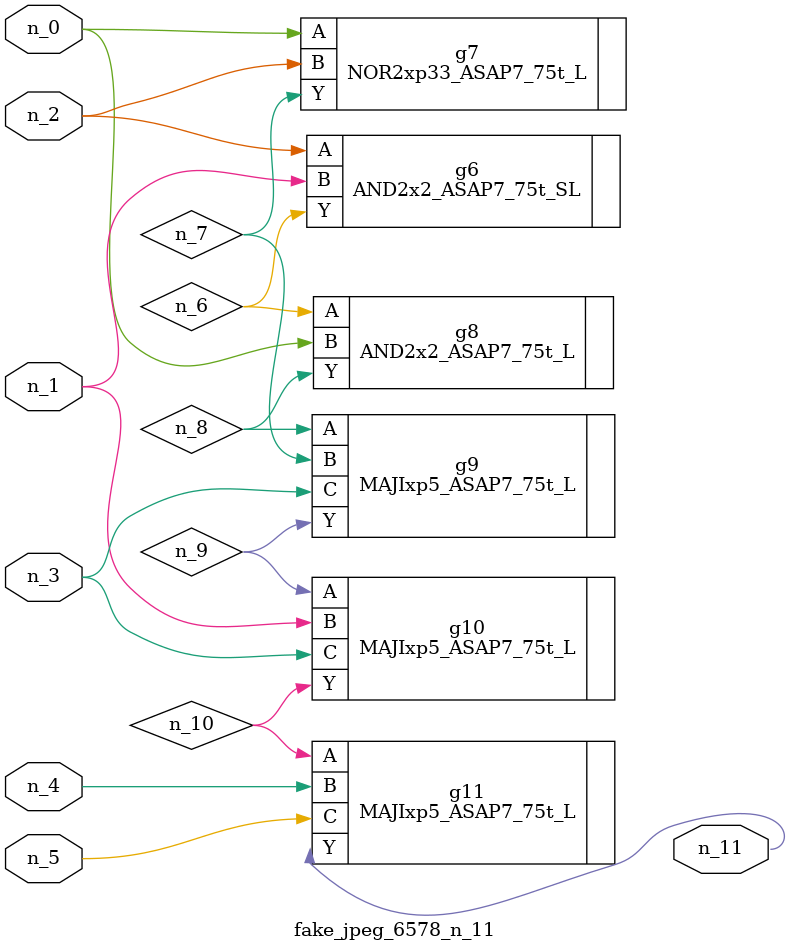
<source format=v>
module fake_jpeg_6578_n_11 (n_3, n_2, n_1, n_0, n_4, n_5, n_11);

input n_3;
input n_2;
input n_1;
input n_0;
input n_4;
input n_5;

output n_11;

wire n_10;
wire n_8;
wire n_9;
wire n_6;
wire n_7;

AND2x2_ASAP7_75t_SL g6 ( 
.A(n_2),
.B(n_1),
.Y(n_6)
);

NOR2xp33_ASAP7_75t_L g7 ( 
.A(n_0),
.B(n_2),
.Y(n_7)
);

AND2x2_ASAP7_75t_L g8 ( 
.A(n_6),
.B(n_0),
.Y(n_8)
);

MAJIxp5_ASAP7_75t_L g9 ( 
.A(n_8),
.B(n_7),
.C(n_3),
.Y(n_9)
);

MAJIxp5_ASAP7_75t_L g10 ( 
.A(n_9),
.B(n_1),
.C(n_3),
.Y(n_10)
);

MAJIxp5_ASAP7_75t_L g11 ( 
.A(n_10),
.B(n_4),
.C(n_5),
.Y(n_11)
);


endmodule
</source>
